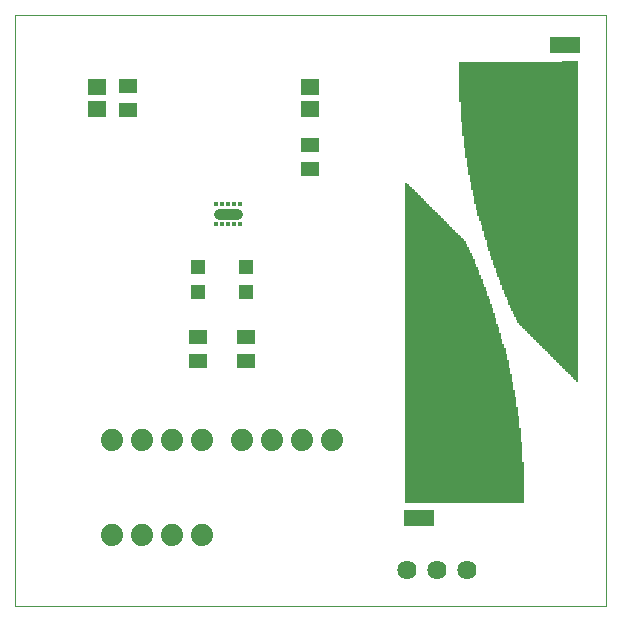
<source format=gts>
G75*
%MOIN*%
%OFA0B0*%
%FSLAX25Y25*%
%IPPOS*%
%LPD*%
%AMOC8*
5,1,8,0,0,1.08239X$1,22.5*
%
%ADD10C,0.00394*%
%ADD11R,0.06306X0.05518*%
%ADD12C,0.06400*%
%ADD13R,0.05124X0.05124*%
%ADD14R,0.10400X0.05400*%
%ADD15R,0.05912X0.04731*%
%ADD16R,0.05400X0.02900*%
%ADD17C,0.00256*%
%ADD18R,0.01581X0.01778*%
%ADD19C,0.03707*%
%ADD20C,0.07400*%
D10*
X0001197Y0002977D02*
X0198047Y0002977D01*
X0198047Y0199827D01*
X0001197Y0199827D01*
X0001197Y0002977D01*
D11*
X0028559Y0168528D03*
X0028559Y0176008D03*
X0099268Y0176008D03*
X0099268Y0168528D03*
D12*
X0131866Y0014867D03*
X0141866Y0014867D03*
X0151866Y0014867D03*
D13*
X0077969Y0107544D03*
X0077969Y0115812D03*
X0062220Y0115812D03*
X0062220Y0107544D03*
D14*
X0135843Y0032229D03*
X0184268Y0189985D03*
D15*
X0099268Y0156520D03*
X0099268Y0148646D03*
X0077969Y0092347D03*
X0077969Y0084473D03*
X0062220Y0084473D03*
X0062220Y0092347D03*
X0038795Y0168331D03*
X0038795Y0176205D03*
D16*
X0133576Y0038921D03*
X0185904Y0183057D03*
D17*
X0188460Y0183175D02*
X0149090Y0183175D01*
X0149090Y0182921D02*
X0188460Y0182921D01*
X0188460Y0182667D02*
X0149090Y0182667D01*
X0149090Y0182413D02*
X0188460Y0182413D01*
X0188460Y0182159D02*
X0149090Y0182159D01*
X0149090Y0181904D02*
X0188460Y0181904D01*
X0188460Y0181650D02*
X0149090Y0181650D01*
X0149090Y0181396D02*
X0188460Y0181396D01*
X0188460Y0181142D02*
X0149090Y0181142D01*
X0149090Y0180888D02*
X0188460Y0180888D01*
X0188460Y0180634D02*
X0149090Y0180634D01*
X0149090Y0180380D02*
X0188460Y0180380D01*
X0188460Y0180125D02*
X0149090Y0180125D01*
X0149090Y0179871D02*
X0188460Y0179871D01*
X0188460Y0179617D02*
X0149090Y0179617D01*
X0149090Y0179363D02*
X0188460Y0179363D01*
X0188460Y0179109D02*
X0149090Y0179109D01*
X0149090Y0178855D02*
X0188460Y0178855D01*
X0188460Y0178600D02*
X0149090Y0178600D01*
X0149090Y0178346D02*
X0188460Y0178346D01*
X0188460Y0178092D02*
X0149090Y0178092D01*
X0149090Y0177838D02*
X0188460Y0177838D01*
X0188460Y0177584D02*
X0149090Y0177584D01*
X0149090Y0177330D02*
X0188460Y0177330D01*
X0188460Y0177075D02*
X0149090Y0177075D01*
X0149090Y0176821D02*
X0188460Y0176821D01*
X0188460Y0176567D02*
X0149090Y0176567D01*
X0149090Y0176313D02*
X0188460Y0176313D01*
X0188460Y0176059D02*
X0149090Y0176059D01*
X0149090Y0175805D02*
X0188460Y0175805D01*
X0188460Y0175550D02*
X0149090Y0175550D01*
X0149090Y0175296D02*
X0188460Y0175296D01*
X0188460Y0175042D02*
X0149090Y0175042D01*
X0149090Y0174788D02*
X0188460Y0174788D01*
X0188460Y0174534D02*
X0149090Y0174534D01*
X0149090Y0174280D02*
X0188460Y0174280D01*
X0188460Y0174026D02*
X0149090Y0174026D01*
X0149090Y0173771D02*
X0188460Y0173771D01*
X0188460Y0173517D02*
X0149090Y0173517D01*
X0149090Y0173263D02*
X0188460Y0173263D01*
X0188460Y0173009D02*
X0149090Y0173009D01*
X0149090Y0172755D02*
X0188460Y0172755D01*
X0188460Y0172501D02*
X0149090Y0172501D01*
X0149090Y0172246D02*
X0188460Y0172246D01*
X0188460Y0171992D02*
X0149090Y0171992D01*
X0149090Y0171738D02*
X0188460Y0171738D01*
X0188460Y0171484D02*
X0149090Y0171484D01*
X0149090Y0171230D02*
X0188460Y0171230D01*
X0188460Y0170976D02*
X0149602Y0170976D01*
X0149602Y0171041D02*
X0149602Y0164394D01*
X0150113Y0164394D01*
X0150113Y0159793D01*
X0188460Y0159793D01*
X0188460Y0160047D02*
X0150113Y0160047D01*
X0150113Y0160301D02*
X0188460Y0160301D01*
X0188460Y0160555D02*
X0150113Y0160555D01*
X0150113Y0160809D02*
X0188460Y0160809D01*
X0188460Y0161063D02*
X0150113Y0161063D01*
X0150113Y0161318D02*
X0188460Y0161318D01*
X0188460Y0161572D02*
X0150113Y0161572D01*
X0150113Y0161826D02*
X0188460Y0161826D01*
X0188460Y0162080D02*
X0150113Y0162080D01*
X0150113Y0162334D02*
X0188460Y0162334D01*
X0188460Y0162588D02*
X0150113Y0162588D01*
X0150113Y0162843D02*
X0188460Y0162843D01*
X0188460Y0163097D02*
X0150113Y0163097D01*
X0150113Y0163351D02*
X0188460Y0163351D01*
X0188460Y0163605D02*
X0150113Y0163605D01*
X0150113Y0163859D02*
X0188460Y0163859D01*
X0188460Y0164113D02*
X0150113Y0164113D01*
X0150113Y0164368D02*
X0188460Y0164368D01*
X0188460Y0164622D02*
X0149602Y0164622D01*
X0149602Y0164876D02*
X0188460Y0164876D01*
X0188460Y0165130D02*
X0149602Y0165130D01*
X0149602Y0165384D02*
X0188460Y0165384D01*
X0188460Y0165638D02*
X0149602Y0165638D01*
X0149602Y0165892D02*
X0188460Y0165892D01*
X0188460Y0166147D02*
X0149602Y0166147D01*
X0149602Y0166401D02*
X0188460Y0166401D01*
X0188460Y0166655D02*
X0149602Y0166655D01*
X0149602Y0166909D02*
X0188460Y0166909D01*
X0188460Y0167163D02*
X0149602Y0167163D01*
X0149602Y0167417D02*
X0188460Y0167417D01*
X0188460Y0167672D02*
X0149602Y0167672D01*
X0149602Y0167926D02*
X0188460Y0167926D01*
X0188460Y0168180D02*
X0149602Y0168180D01*
X0149602Y0168434D02*
X0188460Y0168434D01*
X0188460Y0168688D02*
X0149602Y0168688D01*
X0149602Y0168942D02*
X0188460Y0168942D01*
X0188460Y0169197D02*
X0149602Y0169197D01*
X0149602Y0169451D02*
X0188460Y0169451D01*
X0188460Y0169705D02*
X0149602Y0169705D01*
X0149602Y0169959D02*
X0188460Y0169959D01*
X0188460Y0170213D02*
X0149602Y0170213D01*
X0149602Y0170467D02*
X0188460Y0170467D01*
X0188460Y0170721D02*
X0149602Y0170721D01*
X0149602Y0171041D02*
X0149090Y0171041D01*
X0149090Y0184335D01*
X0188460Y0184335D01*
X0188460Y0140107D01*
X0188460Y0077985D01*
X0187949Y0077985D01*
X0187949Y0078496D01*
X0187438Y0078496D01*
X0187438Y0079007D01*
X0186926Y0079007D01*
X0186926Y0079518D01*
X0186415Y0079518D01*
X0186415Y0080030D01*
X0185904Y0080030D01*
X0185904Y0080541D01*
X0185393Y0080541D01*
X0185393Y0081052D01*
X0184881Y0081052D01*
X0184881Y0081564D01*
X0184370Y0081564D01*
X0184370Y0082075D01*
X0183859Y0082075D01*
X0183859Y0082586D01*
X0183347Y0082586D01*
X0183347Y0083098D01*
X0182836Y0083098D01*
X0182836Y0083609D01*
X0182325Y0083609D01*
X0182325Y0084120D01*
X0181813Y0084120D01*
X0181813Y0084631D01*
X0181302Y0084631D01*
X0181302Y0085143D01*
X0180791Y0085143D01*
X0180791Y0085654D01*
X0180280Y0085654D01*
X0180280Y0086165D01*
X0179768Y0086165D01*
X0179768Y0086677D01*
X0179257Y0086677D01*
X0179257Y0087188D01*
X0178746Y0087188D01*
X0178746Y0087699D01*
X0178234Y0087699D01*
X0178234Y0088211D01*
X0177723Y0088211D01*
X0177723Y0088722D01*
X0177212Y0088722D01*
X0177212Y0089233D01*
X0176700Y0089233D01*
X0176700Y0089744D01*
X0176189Y0089744D01*
X0176189Y0090256D01*
X0175678Y0090256D01*
X0175678Y0090767D01*
X0175167Y0090767D01*
X0175167Y0091278D01*
X0174655Y0091278D01*
X0174655Y0091790D01*
X0174144Y0091790D01*
X0174144Y0092301D01*
X0173633Y0092301D01*
X0173633Y0092812D01*
X0173121Y0092812D01*
X0173121Y0093324D01*
X0172610Y0093324D01*
X0172610Y0093835D01*
X0172099Y0093835D01*
X0172099Y0094346D01*
X0171587Y0094346D01*
X0171587Y0094857D01*
X0171076Y0094857D01*
X0171076Y0095369D01*
X0170565Y0095369D01*
X0170565Y0095880D01*
X0170054Y0095880D01*
X0170054Y0096391D01*
X0169542Y0096391D01*
X0169542Y0096903D01*
X0169031Y0096903D01*
X0169031Y0097414D01*
X0168520Y0097414D01*
X0168520Y0098437D01*
X0168008Y0098437D01*
X0168008Y0099459D01*
X0167497Y0099459D01*
X0167497Y0100482D01*
X0166986Y0100482D01*
X0166986Y0101504D01*
X0166474Y0101504D01*
X0166474Y0102527D01*
X0165963Y0102527D01*
X0165963Y0103550D01*
X0165452Y0103550D01*
X0165452Y0105083D01*
X0164941Y0105083D01*
X0164941Y0106106D01*
X0164429Y0106106D01*
X0164429Y0107129D01*
X0163918Y0107129D01*
X0163918Y0108663D01*
X0163407Y0108663D01*
X0163407Y0110196D01*
X0162895Y0110196D01*
X0162895Y0111730D01*
X0162384Y0111730D01*
X0162384Y0112753D01*
X0161873Y0112753D01*
X0161873Y0114287D01*
X0161361Y0114287D01*
X0161361Y0115821D01*
X0160850Y0115821D01*
X0160850Y0116843D01*
X0160339Y0116843D01*
X0160339Y0118377D01*
X0159828Y0118377D01*
X0159828Y0119911D01*
X0159316Y0119911D01*
X0159316Y0121445D01*
X0158805Y0121445D01*
X0158805Y0122979D01*
X0158294Y0122979D01*
X0158294Y0125024D01*
X0157782Y0125024D01*
X0157782Y0126047D01*
X0157271Y0126047D01*
X0157271Y0128092D01*
X0156760Y0128092D01*
X0156760Y0130137D01*
X0156248Y0130137D01*
X0156248Y0131671D01*
X0155737Y0131671D01*
X0155737Y0133205D01*
X0155226Y0133205D01*
X0155226Y0135250D01*
X0154715Y0135250D01*
X0154715Y0137295D01*
X0154203Y0137295D01*
X0154203Y0139852D01*
X0153692Y0139852D01*
X0153692Y0141897D01*
X0153181Y0141897D01*
X0153181Y0144454D01*
X0152669Y0144454D01*
X0152669Y0147010D01*
X0152158Y0147010D01*
X0152158Y0149567D01*
X0151647Y0149567D01*
X0151647Y0152634D01*
X0151136Y0152634D01*
X0151136Y0155702D01*
X0150624Y0155702D01*
X0150624Y0159793D01*
X0150113Y0159793D01*
X0150624Y0159539D02*
X0188460Y0159539D01*
X0188460Y0159284D02*
X0150624Y0159284D01*
X0150624Y0159030D02*
X0188460Y0159030D01*
X0188460Y0158776D02*
X0150624Y0158776D01*
X0150624Y0158522D02*
X0188460Y0158522D01*
X0188460Y0158268D02*
X0150624Y0158268D01*
X0150624Y0158014D02*
X0188460Y0158014D01*
X0188460Y0157759D02*
X0150624Y0157759D01*
X0150624Y0157505D02*
X0188460Y0157505D01*
X0188460Y0157251D02*
X0150624Y0157251D01*
X0150624Y0156997D02*
X0188460Y0156997D01*
X0188460Y0156743D02*
X0150624Y0156743D01*
X0150624Y0156489D02*
X0188460Y0156489D01*
X0188460Y0156234D02*
X0150624Y0156234D01*
X0150624Y0155980D02*
X0188460Y0155980D01*
X0188460Y0155726D02*
X0150624Y0155726D01*
X0151136Y0155472D02*
X0188460Y0155472D01*
X0188460Y0155218D02*
X0151136Y0155218D01*
X0151136Y0154964D02*
X0188460Y0154964D01*
X0188460Y0154709D02*
X0151136Y0154709D01*
X0151136Y0154455D02*
X0188460Y0154455D01*
X0188460Y0154201D02*
X0151136Y0154201D01*
X0151136Y0153947D02*
X0188460Y0153947D01*
X0188460Y0153693D02*
X0151136Y0153693D01*
X0151136Y0153439D02*
X0188460Y0153439D01*
X0188460Y0153185D02*
X0151136Y0153185D01*
X0151136Y0152930D02*
X0188460Y0152930D01*
X0188460Y0152676D02*
X0151136Y0152676D01*
X0151647Y0152422D02*
X0188460Y0152422D01*
X0188460Y0152168D02*
X0151647Y0152168D01*
X0151647Y0151914D02*
X0188460Y0151914D01*
X0188460Y0151660D02*
X0151647Y0151660D01*
X0151647Y0151405D02*
X0188460Y0151405D01*
X0188460Y0151151D02*
X0151647Y0151151D01*
X0151647Y0150897D02*
X0188460Y0150897D01*
X0188460Y0150643D02*
X0151647Y0150643D01*
X0151647Y0150389D02*
X0188460Y0150389D01*
X0188460Y0150135D02*
X0151647Y0150135D01*
X0151647Y0149880D02*
X0188460Y0149880D01*
X0188460Y0149626D02*
X0151647Y0149626D01*
X0152158Y0149372D02*
X0188460Y0149372D01*
X0188460Y0149118D02*
X0152158Y0149118D01*
X0152158Y0148864D02*
X0188460Y0148864D01*
X0188460Y0148610D02*
X0152158Y0148610D01*
X0152158Y0148356D02*
X0188460Y0148356D01*
X0188460Y0148101D02*
X0152158Y0148101D01*
X0152158Y0147847D02*
X0188460Y0147847D01*
X0188460Y0147593D02*
X0152158Y0147593D01*
X0152158Y0147339D02*
X0188460Y0147339D01*
X0188460Y0147085D02*
X0152158Y0147085D01*
X0152669Y0146831D02*
X0188460Y0146831D01*
X0188460Y0146576D02*
X0152669Y0146576D01*
X0152669Y0146322D02*
X0188460Y0146322D01*
X0188460Y0146068D02*
X0152669Y0146068D01*
X0152669Y0145814D02*
X0188460Y0145814D01*
X0188460Y0145560D02*
X0152669Y0145560D01*
X0152669Y0145306D02*
X0188460Y0145306D01*
X0188460Y0145051D02*
X0152669Y0145051D01*
X0152669Y0144797D02*
X0188460Y0144797D01*
X0188460Y0144543D02*
X0152669Y0144543D01*
X0153181Y0144289D02*
X0188460Y0144289D01*
X0188460Y0144035D02*
X0153181Y0144035D01*
X0153181Y0143781D02*
X0188460Y0143781D01*
X0188460Y0143527D02*
X0153181Y0143527D01*
X0153181Y0143272D02*
X0188460Y0143272D01*
X0188460Y0143018D02*
X0153181Y0143018D01*
X0153181Y0142764D02*
X0188460Y0142764D01*
X0188460Y0142510D02*
X0153181Y0142510D01*
X0153181Y0142256D02*
X0188460Y0142256D01*
X0188460Y0142002D02*
X0153181Y0142002D01*
X0153692Y0141747D02*
X0188460Y0141747D01*
X0188460Y0141493D02*
X0153692Y0141493D01*
X0153692Y0141239D02*
X0188460Y0141239D01*
X0188460Y0140985D02*
X0153692Y0140985D01*
X0153692Y0140731D02*
X0188460Y0140731D01*
X0188460Y0140477D02*
X0153692Y0140477D01*
X0153692Y0140222D02*
X0188460Y0140222D01*
X0188460Y0139968D02*
X0153692Y0139968D01*
X0154203Y0139714D02*
X0188460Y0139714D01*
X0188460Y0139460D02*
X0154203Y0139460D01*
X0154203Y0139206D02*
X0188460Y0139206D01*
X0188460Y0138952D02*
X0154203Y0138952D01*
X0154203Y0138698D02*
X0188460Y0138698D01*
X0188460Y0138443D02*
X0154203Y0138443D01*
X0154203Y0138189D02*
X0188460Y0138189D01*
X0188460Y0137935D02*
X0154203Y0137935D01*
X0154203Y0137681D02*
X0188460Y0137681D01*
X0188460Y0137427D02*
X0154203Y0137427D01*
X0154715Y0137173D02*
X0188460Y0137173D01*
X0188460Y0136918D02*
X0154715Y0136918D01*
X0154715Y0136664D02*
X0188460Y0136664D01*
X0188460Y0136410D02*
X0154715Y0136410D01*
X0154715Y0136156D02*
X0188460Y0136156D01*
X0188460Y0135902D02*
X0154715Y0135902D01*
X0154715Y0135648D02*
X0188460Y0135648D01*
X0188460Y0135393D02*
X0154715Y0135393D01*
X0155226Y0135139D02*
X0188460Y0135139D01*
X0188460Y0134885D02*
X0155226Y0134885D01*
X0155226Y0134631D02*
X0188460Y0134631D01*
X0188460Y0134377D02*
X0155226Y0134377D01*
X0155226Y0134123D02*
X0188460Y0134123D01*
X0188460Y0133869D02*
X0155226Y0133869D01*
X0155226Y0133614D02*
X0188460Y0133614D01*
X0188460Y0133360D02*
X0155226Y0133360D01*
X0155737Y0133106D02*
X0188460Y0133106D01*
X0188460Y0132852D02*
X0155737Y0132852D01*
X0155737Y0132598D02*
X0188460Y0132598D01*
X0188460Y0132344D02*
X0155737Y0132344D01*
X0155737Y0132089D02*
X0188460Y0132089D01*
X0188460Y0131835D02*
X0155737Y0131835D01*
X0156248Y0131581D02*
X0188460Y0131581D01*
X0188460Y0131327D02*
X0156248Y0131327D01*
X0156248Y0131073D02*
X0188460Y0131073D01*
X0188460Y0130819D02*
X0156248Y0130819D01*
X0156248Y0130564D02*
X0188460Y0130564D01*
X0188460Y0130310D02*
X0156248Y0130310D01*
X0156760Y0130056D02*
X0188460Y0130056D01*
X0188460Y0129802D02*
X0156760Y0129802D01*
X0156760Y0129548D02*
X0188460Y0129548D01*
X0188460Y0129294D02*
X0156760Y0129294D01*
X0156760Y0129039D02*
X0188460Y0129039D01*
X0188460Y0128785D02*
X0156760Y0128785D01*
X0156760Y0128531D02*
X0188460Y0128531D01*
X0188460Y0128277D02*
X0156760Y0128277D01*
X0157271Y0128023D02*
X0188460Y0128023D01*
X0188460Y0127769D02*
X0157271Y0127769D01*
X0157271Y0127515D02*
X0188460Y0127515D01*
X0188460Y0127260D02*
X0157271Y0127260D01*
X0157271Y0127006D02*
X0188460Y0127006D01*
X0188460Y0126752D02*
X0157271Y0126752D01*
X0157271Y0126498D02*
X0188460Y0126498D01*
X0188460Y0126244D02*
X0157271Y0126244D01*
X0157782Y0125990D02*
X0188460Y0125990D01*
X0188460Y0125735D02*
X0157782Y0125735D01*
X0157782Y0125481D02*
X0188460Y0125481D01*
X0188460Y0125227D02*
X0157782Y0125227D01*
X0158294Y0124973D02*
X0188460Y0124973D01*
X0188460Y0124719D02*
X0158294Y0124719D01*
X0158294Y0124465D02*
X0188460Y0124465D01*
X0188460Y0124210D02*
X0158294Y0124210D01*
X0158294Y0123956D02*
X0188460Y0123956D01*
X0188460Y0123702D02*
X0158294Y0123702D01*
X0158294Y0123448D02*
X0188460Y0123448D01*
X0188460Y0123194D02*
X0158294Y0123194D01*
X0158805Y0122940D02*
X0188460Y0122940D01*
X0188460Y0122686D02*
X0158805Y0122686D01*
X0158805Y0122431D02*
X0188460Y0122431D01*
X0188460Y0122177D02*
X0158805Y0122177D01*
X0158805Y0121923D02*
X0188460Y0121923D01*
X0188460Y0121669D02*
X0158805Y0121669D01*
X0159316Y0121415D02*
X0188460Y0121415D01*
X0188460Y0121161D02*
X0159316Y0121161D01*
X0159316Y0120906D02*
X0188460Y0120906D01*
X0188460Y0120652D02*
X0159316Y0120652D01*
X0159316Y0120398D02*
X0188460Y0120398D01*
X0188460Y0120144D02*
X0159316Y0120144D01*
X0159828Y0119890D02*
X0188460Y0119890D01*
X0188460Y0119636D02*
X0159828Y0119636D01*
X0159828Y0119381D02*
X0188460Y0119381D01*
X0188460Y0119127D02*
X0159828Y0119127D01*
X0159828Y0118873D02*
X0188460Y0118873D01*
X0188460Y0118619D02*
X0159828Y0118619D01*
X0160339Y0118365D02*
X0188460Y0118365D01*
X0188460Y0118111D02*
X0160339Y0118111D01*
X0160339Y0117857D02*
X0188460Y0117857D01*
X0188460Y0117602D02*
X0160339Y0117602D01*
X0160339Y0117348D02*
X0188460Y0117348D01*
X0188460Y0117094D02*
X0160339Y0117094D01*
X0160850Y0116840D02*
X0188460Y0116840D01*
X0188460Y0116586D02*
X0160850Y0116586D01*
X0160850Y0116332D02*
X0188460Y0116332D01*
X0188460Y0116077D02*
X0160850Y0116077D01*
X0160850Y0115823D02*
X0188460Y0115823D01*
X0188460Y0115569D02*
X0161361Y0115569D01*
X0161361Y0115315D02*
X0188460Y0115315D01*
X0188460Y0115061D02*
X0161361Y0115061D01*
X0161361Y0114807D02*
X0188460Y0114807D01*
X0188460Y0114552D02*
X0161361Y0114552D01*
X0161361Y0114298D02*
X0188460Y0114298D01*
X0188460Y0114044D02*
X0161873Y0114044D01*
X0161873Y0113790D02*
X0188460Y0113790D01*
X0188460Y0113536D02*
X0161873Y0113536D01*
X0161873Y0113282D02*
X0188460Y0113282D01*
X0188460Y0113028D02*
X0161873Y0113028D01*
X0161873Y0112773D02*
X0188460Y0112773D01*
X0188460Y0112519D02*
X0162384Y0112519D01*
X0162384Y0112265D02*
X0188460Y0112265D01*
X0188460Y0112011D02*
X0162384Y0112011D01*
X0162384Y0111757D02*
X0188460Y0111757D01*
X0188460Y0111503D02*
X0162895Y0111503D01*
X0162895Y0111248D02*
X0188460Y0111248D01*
X0188460Y0110994D02*
X0162895Y0110994D01*
X0162895Y0110740D02*
X0188460Y0110740D01*
X0188460Y0110486D02*
X0162895Y0110486D01*
X0162895Y0110232D02*
X0188460Y0110232D01*
X0188460Y0109978D02*
X0163407Y0109978D01*
X0163407Y0109723D02*
X0188460Y0109723D01*
X0188460Y0109469D02*
X0163407Y0109469D01*
X0163407Y0109215D02*
X0188460Y0109215D01*
X0188460Y0108961D02*
X0163407Y0108961D01*
X0163407Y0108707D02*
X0188460Y0108707D01*
X0188460Y0108453D02*
X0163918Y0108453D01*
X0163918Y0108198D02*
X0188460Y0108198D01*
X0188460Y0107944D02*
X0163918Y0107944D01*
X0163918Y0107690D02*
X0188460Y0107690D01*
X0188460Y0107436D02*
X0163918Y0107436D01*
X0163918Y0107182D02*
X0188460Y0107182D01*
X0188460Y0106928D02*
X0164429Y0106928D01*
X0164429Y0106674D02*
X0188460Y0106674D01*
X0188460Y0106419D02*
X0164429Y0106419D01*
X0164429Y0106165D02*
X0188460Y0106165D01*
X0188460Y0105911D02*
X0164941Y0105911D01*
X0164941Y0105657D02*
X0188460Y0105657D01*
X0188460Y0105403D02*
X0164941Y0105403D01*
X0164941Y0105149D02*
X0188460Y0105149D01*
X0188460Y0104894D02*
X0165452Y0104894D01*
X0165452Y0104640D02*
X0188460Y0104640D01*
X0188460Y0104386D02*
X0165452Y0104386D01*
X0165452Y0104132D02*
X0188460Y0104132D01*
X0188460Y0103878D02*
X0165452Y0103878D01*
X0165452Y0103624D02*
X0188460Y0103624D01*
X0188460Y0103369D02*
X0165963Y0103369D01*
X0165963Y0103115D02*
X0188460Y0103115D01*
X0188460Y0102861D02*
X0165963Y0102861D01*
X0165963Y0102607D02*
X0188460Y0102607D01*
X0188460Y0102353D02*
X0166474Y0102353D01*
X0166474Y0102099D02*
X0188460Y0102099D01*
X0188460Y0101845D02*
X0166474Y0101845D01*
X0166474Y0101590D02*
X0188460Y0101590D01*
X0188460Y0101336D02*
X0166986Y0101336D01*
X0166986Y0101082D02*
X0188460Y0101082D01*
X0188460Y0100828D02*
X0166986Y0100828D01*
X0166986Y0100574D02*
X0188460Y0100574D01*
X0188460Y0100320D02*
X0167497Y0100320D01*
X0167497Y0100065D02*
X0188460Y0100065D01*
X0188460Y0099811D02*
X0167497Y0099811D01*
X0167497Y0099557D02*
X0188460Y0099557D01*
X0188460Y0099303D02*
X0168008Y0099303D01*
X0168008Y0099049D02*
X0188460Y0099049D01*
X0188460Y0098795D02*
X0168008Y0098795D01*
X0168008Y0098540D02*
X0188460Y0098540D01*
X0188460Y0098286D02*
X0168520Y0098286D01*
X0168520Y0098032D02*
X0188460Y0098032D01*
X0188460Y0097778D02*
X0168520Y0097778D01*
X0168520Y0097524D02*
X0188460Y0097524D01*
X0188460Y0097270D02*
X0169031Y0097270D01*
X0169031Y0097016D02*
X0188460Y0097016D01*
X0188460Y0096761D02*
X0169542Y0096761D01*
X0169542Y0096507D02*
X0188460Y0096507D01*
X0188460Y0096253D02*
X0170054Y0096253D01*
X0170054Y0095999D02*
X0188460Y0095999D01*
X0188460Y0095745D02*
X0170565Y0095745D01*
X0170565Y0095491D02*
X0188460Y0095491D01*
X0188460Y0095236D02*
X0171076Y0095236D01*
X0171076Y0094982D02*
X0188460Y0094982D01*
X0188460Y0094728D02*
X0171587Y0094728D01*
X0171587Y0094474D02*
X0188460Y0094474D01*
X0188460Y0094220D02*
X0172099Y0094220D01*
X0172099Y0093966D02*
X0188460Y0093966D01*
X0188460Y0093711D02*
X0172610Y0093711D01*
X0172610Y0093457D02*
X0188460Y0093457D01*
X0188460Y0093203D02*
X0173121Y0093203D01*
X0173121Y0092949D02*
X0188460Y0092949D01*
X0188460Y0092695D02*
X0173633Y0092695D01*
X0173633Y0092441D02*
X0188460Y0092441D01*
X0188460Y0092187D02*
X0174144Y0092187D01*
X0174144Y0091932D02*
X0188460Y0091932D01*
X0188460Y0091678D02*
X0174655Y0091678D01*
X0174655Y0091424D02*
X0188460Y0091424D01*
X0188460Y0091170D02*
X0175167Y0091170D01*
X0175167Y0090916D02*
X0188460Y0090916D01*
X0188460Y0090662D02*
X0175678Y0090662D01*
X0175678Y0090407D02*
X0188460Y0090407D01*
X0188460Y0090153D02*
X0176189Y0090153D01*
X0176189Y0089899D02*
X0188460Y0089899D01*
X0188460Y0089645D02*
X0176700Y0089645D01*
X0176700Y0089391D02*
X0188460Y0089391D01*
X0188460Y0089137D02*
X0177212Y0089137D01*
X0177212Y0088882D02*
X0188460Y0088882D01*
X0188460Y0088628D02*
X0177723Y0088628D01*
X0177723Y0088374D02*
X0188460Y0088374D01*
X0188460Y0088120D02*
X0178234Y0088120D01*
X0178234Y0087866D02*
X0188460Y0087866D01*
X0188460Y0087612D02*
X0178746Y0087612D01*
X0178746Y0087358D02*
X0188460Y0087358D01*
X0188460Y0087103D02*
X0179257Y0087103D01*
X0179257Y0086849D02*
X0188460Y0086849D01*
X0188460Y0086595D02*
X0179768Y0086595D01*
X0179768Y0086341D02*
X0188460Y0086341D01*
X0188460Y0086087D02*
X0180280Y0086087D01*
X0180280Y0085833D02*
X0188460Y0085833D01*
X0188460Y0085578D02*
X0180791Y0085578D01*
X0180791Y0085324D02*
X0188460Y0085324D01*
X0188460Y0085070D02*
X0181302Y0085070D01*
X0181302Y0084816D02*
X0188460Y0084816D01*
X0188460Y0084562D02*
X0181813Y0084562D01*
X0181813Y0084308D02*
X0188460Y0084308D01*
X0188460Y0084053D02*
X0182325Y0084053D01*
X0182325Y0083799D02*
X0188460Y0083799D01*
X0188460Y0083545D02*
X0182836Y0083545D01*
X0182836Y0083291D02*
X0188460Y0083291D01*
X0188460Y0083037D02*
X0183347Y0083037D01*
X0183347Y0082783D02*
X0188460Y0082783D01*
X0188460Y0082528D02*
X0183859Y0082528D01*
X0183859Y0082274D02*
X0188460Y0082274D01*
X0188460Y0082020D02*
X0184370Y0082020D01*
X0184370Y0081766D02*
X0188460Y0081766D01*
X0188460Y0081512D02*
X0184881Y0081512D01*
X0184881Y0081258D02*
X0188460Y0081258D01*
X0188460Y0081004D02*
X0185393Y0081004D01*
X0185393Y0080749D02*
X0188460Y0080749D01*
X0188460Y0080495D02*
X0185904Y0080495D01*
X0185904Y0080241D02*
X0188460Y0080241D01*
X0188460Y0079987D02*
X0186415Y0079987D01*
X0186415Y0079733D02*
X0188460Y0079733D01*
X0188460Y0079479D02*
X0186926Y0079479D01*
X0186926Y0079224D02*
X0188460Y0079224D01*
X0188460Y0078970D02*
X0187438Y0078970D01*
X0187438Y0078716D02*
X0188460Y0078716D01*
X0188460Y0078462D02*
X0187949Y0078462D01*
X0187949Y0078208D02*
X0188460Y0078208D01*
X0169367Y0062185D02*
X0168856Y0062185D01*
X0168856Y0066275D01*
X0168345Y0066275D01*
X0168345Y0069343D01*
X0167834Y0069343D01*
X0167834Y0072411D01*
X0167322Y0072411D01*
X0167322Y0074967D01*
X0166811Y0074967D01*
X0166811Y0077524D01*
X0166300Y0077524D01*
X0166300Y0080080D01*
X0165788Y0080080D01*
X0165788Y0082126D01*
X0165277Y0082126D01*
X0165277Y0084682D01*
X0164766Y0084682D01*
X0164766Y0086727D01*
X0164254Y0086727D01*
X0164254Y0088772D01*
X0163743Y0088772D01*
X0163743Y0090306D01*
X0163232Y0090306D01*
X0163232Y0091840D01*
X0162721Y0091840D01*
X0162721Y0093885D01*
X0162209Y0093885D01*
X0162209Y0095931D01*
X0161698Y0095931D01*
X0161698Y0096953D01*
X0161187Y0096953D01*
X0161187Y0098998D01*
X0160675Y0098998D01*
X0160675Y0100532D01*
X0160164Y0100532D01*
X0160164Y0102066D01*
X0159653Y0102066D01*
X0159653Y0103600D01*
X0159141Y0103600D01*
X0159141Y0105134D01*
X0158630Y0105134D01*
X0158630Y0106157D01*
X0158119Y0106157D01*
X0158119Y0107691D01*
X0157608Y0107691D01*
X0157608Y0109224D01*
X0157096Y0109224D01*
X0157096Y0110247D01*
X0156585Y0110247D01*
X0156585Y0111781D01*
X0156074Y0111781D01*
X0156074Y0113315D01*
X0155562Y0113315D01*
X0155562Y0114849D01*
X0155051Y0114849D01*
X0155051Y0115871D01*
X0154540Y0115871D01*
X0154540Y0116894D01*
X0154028Y0116894D01*
X0154028Y0118428D01*
X0153517Y0118428D01*
X0153517Y0119450D01*
X0153006Y0119450D01*
X0153006Y0120473D01*
X0152495Y0120473D01*
X0152495Y0121496D01*
X0151983Y0121496D01*
X0151983Y0122518D01*
X0151472Y0122518D01*
X0151472Y0123541D01*
X0150961Y0123541D01*
X0150961Y0124563D01*
X0150449Y0124563D01*
X0150449Y0125075D01*
X0149938Y0125075D01*
X0149938Y0125586D01*
X0149427Y0125586D01*
X0149427Y0126097D01*
X0148915Y0126097D01*
X0148915Y0126609D01*
X0148404Y0126609D01*
X0148404Y0127120D01*
X0147893Y0127120D01*
X0147893Y0127631D01*
X0147382Y0127631D01*
X0147382Y0128143D01*
X0146870Y0128143D01*
X0146870Y0128654D01*
X0146359Y0128654D01*
X0146359Y0129165D01*
X0145848Y0129165D01*
X0145848Y0129676D01*
X0145336Y0129676D01*
X0145336Y0130188D01*
X0144825Y0130188D01*
X0144825Y0130699D01*
X0144314Y0130699D01*
X0144314Y0131210D01*
X0143802Y0131210D01*
X0143802Y0131722D01*
X0143291Y0131722D01*
X0143291Y0132233D01*
X0142780Y0132233D01*
X0142780Y0132744D01*
X0142269Y0132744D01*
X0142269Y0133256D01*
X0141757Y0133256D01*
X0141757Y0133767D01*
X0141246Y0133767D01*
X0141246Y0134278D01*
X0140735Y0134278D01*
X0140735Y0134789D01*
X0140223Y0134789D01*
X0140223Y0135301D01*
X0139712Y0135301D01*
X0139712Y0135812D01*
X0139201Y0135812D01*
X0139201Y0136323D01*
X0138689Y0136323D01*
X0138689Y0136835D01*
X0138178Y0136835D01*
X0138178Y0137346D01*
X0137667Y0137346D01*
X0137667Y0137857D01*
X0137156Y0137857D01*
X0137156Y0138369D01*
X0136644Y0138369D01*
X0136644Y0138880D01*
X0136133Y0138880D01*
X0136133Y0139391D01*
X0135622Y0139391D01*
X0135622Y0139902D01*
X0135110Y0139902D01*
X0135110Y0140414D01*
X0134599Y0140414D01*
X0134599Y0140925D01*
X0134088Y0140925D01*
X0134088Y0141436D01*
X0133576Y0141436D01*
X0133576Y0141948D01*
X0133065Y0141948D01*
X0133065Y0142459D01*
X0132554Y0142459D01*
X0132554Y0142970D01*
X0132043Y0142970D01*
X0132043Y0143482D01*
X0131531Y0143482D01*
X0131531Y0143993D01*
X0131020Y0143993D01*
X0131020Y0081870D01*
X0131020Y0037643D01*
X0170390Y0037643D01*
X0170390Y0050936D01*
X0169879Y0050936D01*
X0169879Y0057583D01*
X0169367Y0057583D01*
X0169367Y0062185D01*
X0169367Y0061942D02*
X0131020Y0061942D01*
X0131020Y0062196D02*
X0168856Y0062196D01*
X0168856Y0062450D02*
X0131020Y0062450D01*
X0131020Y0062704D02*
X0168856Y0062704D01*
X0168856Y0062958D02*
X0131020Y0062958D01*
X0131020Y0063212D02*
X0168856Y0063212D01*
X0168856Y0063467D02*
X0131020Y0063467D01*
X0131020Y0063721D02*
X0168856Y0063721D01*
X0168856Y0063975D02*
X0131020Y0063975D01*
X0131020Y0064229D02*
X0168856Y0064229D01*
X0168856Y0064483D02*
X0131020Y0064483D01*
X0131020Y0064737D02*
X0168856Y0064737D01*
X0168856Y0064992D02*
X0131020Y0064992D01*
X0131020Y0065246D02*
X0168856Y0065246D01*
X0168856Y0065500D02*
X0131020Y0065500D01*
X0131020Y0065754D02*
X0168856Y0065754D01*
X0168856Y0066008D02*
X0131020Y0066008D01*
X0131020Y0066262D02*
X0168856Y0066262D01*
X0168345Y0066517D02*
X0131020Y0066517D01*
X0131020Y0066771D02*
X0168345Y0066771D01*
X0168345Y0067025D02*
X0131020Y0067025D01*
X0131020Y0067279D02*
X0168345Y0067279D01*
X0168345Y0067533D02*
X0131020Y0067533D01*
X0131020Y0067787D02*
X0168345Y0067787D01*
X0168345Y0068041D02*
X0131020Y0068041D01*
X0131020Y0068296D02*
X0168345Y0068296D01*
X0168345Y0068550D02*
X0131020Y0068550D01*
X0131020Y0068804D02*
X0168345Y0068804D01*
X0168345Y0069058D02*
X0131020Y0069058D01*
X0131020Y0069312D02*
X0168345Y0069312D01*
X0167834Y0069566D02*
X0131020Y0069566D01*
X0131020Y0069821D02*
X0167834Y0069821D01*
X0167834Y0070075D02*
X0131020Y0070075D01*
X0131020Y0070329D02*
X0167834Y0070329D01*
X0167834Y0070583D02*
X0131020Y0070583D01*
X0131020Y0070837D02*
X0167834Y0070837D01*
X0167834Y0071091D02*
X0131020Y0071091D01*
X0131020Y0071346D02*
X0167834Y0071346D01*
X0167834Y0071600D02*
X0131020Y0071600D01*
X0131020Y0071854D02*
X0167834Y0071854D01*
X0167834Y0072108D02*
X0131020Y0072108D01*
X0131020Y0072362D02*
X0167834Y0072362D01*
X0167322Y0072616D02*
X0131020Y0072616D01*
X0131020Y0072870D02*
X0167322Y0072870D01*
X0167322Y0073125D02*
X0131020Y0073125D01*
X0131020Y0073379D02*
X0167322Y0073379D01*
X0167322Y0073633D02*
X0131020Y0073633D01*
X0131020Y0073887D02*
X0167322Y0073887D01*
X0167322Y0074141D02*
X0131020Y0074141D01*
X0131020Y0074395D02*
X0167322Y0074395D01*
X0167322Y0074650D02*
X0131020Y0074650D01*
X0131020Y0074904D02*
X0167322Y0074904D01*
X0166811Y0075158D02*
X0131020Y0075158D01*
X0131020Y0075412D02*
X0166811Y0075412D01*
X0166811Y0075666D02*
X0131020Y0075666D01*
X0131020Y0075920D02*
X0166811Y0075920D01*
X0166811Y0076175D02*
X0131020Y0076175D01*
X0131020Y0076429D02*
X0166811Y0076429D01*
X0166811Y0076683D02*
X0131020Y0076683D01*
X0131020Y0076937D02*
X0166811Y0076937D01*
X0166811Y0077191D02*
X0131020Y0077191D01*
X0131020Y0077445D02*
X0166811Y0077445D01*
X0166300Y0077699D02*
X0131020Y0077699D01*
X0131020Y0077954D02*
X0166300Y0077954D01*
X0166300Y0078208D02*
X0131020Y0078208D01*
X0131020Y0078462D02*
X0166300Y0078462D01*
X0166300Y0078716D02*
X0131020Y0078716D01*
X0131020Y0078970D02*
X0166300Y0078970D01*
X0166300Y0079224D02*
X0131020Y0079224D01*
X0131020Y0079479D02*
X0166300Y0079479D01*
X0166300Y0079733D02*
X0131020Y0079733D01*
X0131020Y0079987D02*
X0166300Y0079987D01*
X0165788Y0080241D02*
X0131020Y0080241D01*
X0131020Y0080495D02*
X0165788Y0080495D01*
X0165788Y0080749D02*
X0131020Y0080749D01*
X0131020Y0081004D02*
X0165788Y0081004D01*
X0165788Y0081258D02*
X0131020Y0081258D01*
X0131020Y0081512D02*
X0165788Y0081512D01*
X0165788Y0081766D02*
X0131020Y0081766D01*
X0131020Y0082020D02*
X0165788Y0082020D01*
X0165277Y0082274D02*
X0131020Y0082274D01*
X0131020Y0082528D02*
X0165277Y0082528D01*
X0165277Y0082783D02*
X0131020Y0082783D01*
X0131020Y0083037D02*
X0165277Y0083037D01*
X0165277Y0083291D02*
X0131020Y0083291D01*
X0131020Y0083545D02*
X0165277Y0083545D01*
X0165277Y0083799D02*
X0131020Y0083799D01*
X0131020Y0084053D02*
X0165277Y0084053D01*
X0165277Y0084308D02*
X0131020Y0084308D01*
X0131020Y0084562D02*
X0165277Y0084562D01*
X0164766Y0084816D02*
X0131020Y0084816D01*
X0131020Y0085070D02*
X0164766Y0085070D01*
X0164766Y0085324D02*
X0131020Y0085324D01*
X0131020Y0085578D02*
X0164766Y0085578D01*
X0164766Y0085833D02*
X0131020Y0085833D01*
X0131020Y0086087D02*
X0164766Y0086087D01*
X0164766Y0086341D02*
X0131020Y0086341D01*
X0131020Y0086595D02*
X0164766Y0086595D01*
X0164254Y0086849D02*
X0131020Y0086849D01*
X0131020Y0087103D02*
X0164254Y0087103D01*
X0164254Y0087358D02*
X0131020Y0087358D01*
X0131020Y0087612D02*
X0164254Y0087612D01*
X0164254Y0087866D02*
X0131020Y0087866D01*
X0131020Y0088120D02*
X0164254Y0088120D01*
X0164254Y0088374D02*
X0131020Y0088374D01*
X0131020Y0088628D02*
X0164254Y0088628D01*
X0163743Y0088882D02*
X0131020Y0088882D01*
X0131020Y0089137D02*
X0163743Y0089137D01*
X0163743Y0089391D02*
X0131020Y0089391D01*
X0131020Y0089645D02*
X0163743Y0089645D01*
X0163743Y0089899D02*
X0131020Y0089899D01*
X0131020Y0090153D02*
X0163743Y0090153D01*
X0163232Y0090407D02*
X0131020Y0090407D01*
X0131020Y0090662D02*
X0163232Y0090662D01*
X0163232Y0090916D02*
X0131020Y0090916D01*
X0131020Y0091170D02*
X0163232Y0091170D01*
X0163232Y0091424D02*
X0131020Y0091424D01*
X0131020Y0091678D02*
X0163232Y0091678D01*
X0162721Y0091932D02*
X0131020Y0091932D01*
X0131020Y0092187D02*
X0162721Y0092187D01*
X0162721Y0092441D02*
X0131020Y0092441D01*
X0131020Y0092695D02*
X0162721Y0092695D01*
X0162721Y0092949D02*
X0131020Y0092949D01*
X0131020Y0093203D02*
X0162721Y0093203D01*
X0162721Y0093457D02*
X0131020Y0093457D01*
X0131020Y0093711D02*
X0162721Y0093711D01*
X0162209Y0093966D02*
X0131020Y0093966D01*
X0131020Y0094220D02*
X0162209Y0094220D01*
X0162209Y0094474D02*
X0131020Y0094474D01*
X0131020Y0094728D02*
X0162209Y0094728D01*
X0162209Y0094982D02*
X0131020Y0094982D01*
X0131020Y0095236D02*
X0162209Y0095236D01*
X0162209Y0095491D02*
X0131020Y0095491D01*
X0131020Y0095745D02*
X0162209Y0095745D01*
X0161698Y0095999D02*
X0131020Y0095999D01*
X0131020Y0096253D02*
X0161698Y0096253D01*
X0161698Y0096507D02*
X0131020Y0096507D01*
X0131020Y0096761D02*
X0161698Y0096761D01*
X0161187Y0097016D02*
X0131020Y0097016D01*
X0131020Y0097270D02*
X0161187Y0097270D01*
X0161187Y0097524D02*
X0131020Y0097524D01*
X0131020Y0097778D02*
X0161187Y0097778D01*
X0161187Y0098032D02*
X0131020Y0098032D01*
X0131020Y0098286D02*
X0161187Y0098286D01*
X0161187Y0098540D02*
X0131020Y0098540D01*
X0131020Y0098795D02*
X0161187Y0098795D01*
X0160675Y0099049D02*
X0131020Y0099049D01*
X0131020Y0099303D02*
X0160675Y0099303D01*
X0160675Y0099557D02*
X0131020Y0099557D01*
X0131020Y0099811D02*
X0160675Y0099811D01*
X0160675Y0100065D02*
X0131020Y0100065D01*
X0131020Y0100320D02*
X0160675Y0100320D01*
X0160164Y0100574D02*
X0131020Y0100574D01*
X0131020Y0100828D02*
X0160164Y0100828D01*
X0160164Y0101082D02*
X0131020Y0101082D01*
X0131020Y0101336D02*
X0160164Y0101336D01*
X0160164Y0101590D02*
X0131020Y0101590D01*
X0131020Y0101845D02*
X0160164Y0101845D01*
X0159653Y0102099D02*
X0131020Y0102099D01*
X0131020Y0102353D02*
X0159653Y0102353D01*
X0159653Y0102607D02*
X0131020Y0102607D01*
X0131020Y0102861D02*
X0159653Y0102861D01*
X0159653Y0103115D02*
X0131020Y0103115D01*
X0131020Y0103369D02*
X0159653Y0103369D01*
X0159141Y0103624D02*
X0131020Y0103624D01*
X0131020Y0103878D02*
X0159141Y0103878D01*
X0159141Y0104132D02*
X0131020Y0104132D01*
X0131020Y0104386D02*
X0159141Y0104386D01*
X0159141Y0104640D02*
X0131020Y0104640D01*
X0131020Y0104894D02*
X0159141Y0104894D01*
X0158630Y0105149D02*
X0131020Y0105149D01*
X0131020Y0105403D02*
X0158630Y0105403D01*
X0158630Y0105657D02*
X0131020Y0105657D01*
X0131020Y0105911D02*
X0158630Y0105911D01*
X0158119Y0106165D02*
X0131020Y0106165D01*
X0131020Y0106419D02*
X0158119Y0106419D01*
X0158119Y0106674D02*
X0131020Y0106674D01*
X0131020Y0106928D02*
X0158119Y0106928D01*
X0158119Y0107182D02*
X0131020Y0107182D01*
X0131020Y0107436D02*
X0158119Y0107436D01*
X0158119Y0107690D02*
X0131020Y0107690D01*
X0131020Y0107944D02*
X0157608Y0107944D01*
X0157608Y0108198D02*
X0131020Y0108198D01*
X0131020Y0108453D02*
X0157608Y0108453D01*
X0157608Y0108707D02*
X0131020Y0108707D01*
X0131020Y0108961D02*
X0157608Y0108961D01*
X0157608Y0109215D02*
X0131020Y0109215D01*
X0131020Y0109469D02*
X0157096Y0109469D01*
X0157096Y0109723D02*
X0131020Y0109723D01*
X0131020Y0109978D02*
X0157096Y0109978D01*
X0157096Y0110232D02*
X0131020Y0110232D01*
X0131020Y0110486D02*
X0156585Y0110486D01*
X0156585Y0110740D02*
X0131020Y0110740D01*
X0131020Y0110994D02*
X0156585Y0110994D01*
X0156585Y0111248D02*
X0131020Y0111248D01*
X0131020Y0111503D02*
X0156585Y0111503D01*
X0156585Y0111757D02*
X0131020Y0111757D01*
X0131020Y0112011D02*
X0156074Y0112011D01*
X0156074Y0112265D02*
X0131020Y0112265D01*
X0131020Y0112519D02*
X0156074Y0112519D01*
X0156074Y0112773D02*
X0131020Y0112773D01*
X0131020Y0113028D02*
X0156074Y0113028D01*
X0156074Y0113282D02*
X0131020Y0113282D01*
X0131020Y0113536D02*
X0155562Y0113536D01*
X0155562Y0113790D02*
X0131020Y0113790D01*
X0131020Y0114044D02*
X0155562Y0114044D01*
X0155562Y0114298D02*
X0131020Y0114298D01*
X0131020Y0114552D02*
X0155562Y0114552D01*
X0155562Y0114807D02*
X0131020Y0114807D01*
X0131020Y0115061D02*
X0155051Y0115061D01*
X0155051Y0115315D02*
X0131020Y0115315D01*
X0131020Y0115569D02*
X0155051Y0115569D01*
X0155051Y0115823D02*
X0131020Y0115823D01*
X0131020Y0116077D02*
X0154540Y0116077D01*
X0154540Y0116332D02*
X0131020Y0116332D01*
X0131020Y0116586D02*
X0154540Y0116586D01*
X0154540Y0116840D02*
X0131020Y0116840D01*
X0131020Y0117094D02*
X0154028Y0117094D01*
X0154028Y0117348D02*
X0131020Y0117348D01*
X0131020Y0117602D02*
X0154028Y0117602D01*
X0154028Y0117857D02*
X0131020Y0117857D01*
X0131020Y0118111D02*
X0154028Y0118111D01*
X0154028Y0118365D02*
X0131020Y0118365D01*
X0131020Y0118619D02*
X0153517Y0118619D01*
X0153517Y0118873D02*
X0131020Y0118873D01*
X0131020Y0119127D02*
X0153517Y0119127D01*
X0153517Y0119381D02*
X0131020Y0119381D01*
X0131020Y0119636D02*
X0153006Y0119636D01*
X0153006Y0119890D02*
X0131020Y0119890D01*
X0131020Y0120144D02*
X0153006Y0120144D01*
X0153006Y0120398D02*
X0131020Y0120398D01*
X0131020Y0120652D02*
X0152495Y0120652D01*
X0152495Y0120906D02*
X0131020Y0120906D01*
X0131020Y0121161D02*
X0152495Y0121161D01*
X0152495Y0121415D02*
X0131020Y0121415D01*
X0131020Y0121669D02*
X0151983Y0121669D01*
X0151983Y0121923D02*
X0131020Y0121923D01*
X0131020Y0122177D02*
X0151983Y0122177D01*
X0151983Y0122431D02*
X0131020Y0122431D01*
X0131020Y0122686D02*
X0151472Y0122686D01*
X0151472Y0122940D02*
X0131020Y0122940D01*
X0131020Y0123194D02*
X0151472Y0123194D01*
X0151472Y0123448D02*
X0131020Y0123448D01*
X0131020Y0123702D02*
X0150961Y0123702D01*
X0150961Y0123956D02*
X0131020Y0123956D01*
X0131020Y0124210D02*
X0150961Y0124210D01*
X0150961Y0124465D02*
X0131020Y0124465D01*
X0131020Y0124719D02*
X0150449Y0124719D01*
X0150449Y0124973D02*
X0131020Y0124973D01*
X0131020Y0125227D02*
X0149938Y0125227D01*
X0149938Y0125481D02*
X0131020Y0125481D01*
X0131020Y0125735D02*
X0149427Y0125735D01*
X0149427Y0125990D02*
X0131020Y0125990D01*
X0131020Y0126244D02*
X0148915Y0126244D01*
X0148915Y0126498D02*
X0131020Y0126498D01*
X0131020Y0126752D02*
X0148404Y0126752D01*
X0148404Y0127006D02*
X0131020Y0127006D01*
X0131020Y0127260D02*
X0147893Y0127260D01*
X0147893Y0127515D02*
X0131020Y0127515D01*
X0131020Y0127769D02*
X0147382Y0127769D01*
X0147382Y0128023D02*
X0131020Y0128023D01*
X0131020Y0128277D02*
X0146870Y0128277D01*
X0146870Y0128531D02*
X0131020Y0128531D01*
X0131020Y0128785D02*
X0146359Y0128785D01*
X0146359Y0129039D02*
X0131020Y0129039D01*
X0131020Y0129294D02*
X0145848Y0129294D01*
X0145848Y0129548D02*
X0131020Y0129548D01*
X0131020Y0129802D02*
X0145336Y0129802D01*
X0145336Y0130056D02*
X0131020Y0130056D01*
X0131020Y0130310D02*
X0144825Y0130310D01*
X0144825Y0130564D02*
X0131020Y0130564D01*
X0131020Y0130819D02*
X0144314Y0130819D01*
X0144314Y0131073D02*
X0131020Y0131073D01*
X0131020Y0131327D02*
X0143802Y0131327D01*
X0143802Y0131581D02*
X0131020Y0131581D01*
X0131020Y0131835D02*
X0143291Y0131835D01*
X0143291Y0132089D02*
X0131020Y0132089D01*
X0131020Y0132344D02*
X0142780Y0132344D01*
X0142780Y0132598D02*
X0131020Y0132598D01*
X0131020Y0132852D02*
X0142269Y0132852D01*
X0142269Y0133106D02*
X0131020Y0133106D01*
X0131020Y0133360D02*
X0141757Y0133360D01*
X0141757Y0133614D02*
X0131020Y0133614D01*
X0131020Y0133869D02*
X0141246Y0133869D01*
X0141246Y0134123D02*
X0131020Y0134123D01*
X0131020Y0134377D02*
X0140735Y0134377D01*
X0140735Y0134631D02*
X0131020Y0134631D01*
X0131020Y0134885D02*
X0140223Y0134885D01*
X0140223Y0135139D02*
X0131020Y0135139D01*
X0131020Y0135393D02*
X0139712Y0135393D01*
X0139712Y0135648D02*
X0131020Y0135648D01*
X0131020Y0135902D02*
X0139201Y0135902D01*
X0139201Y0136156D02*
X0131020Y0136156D01*
X0131020Y0136410D02*
X0138689Y0136410D01*
X0138689Y0136664D02*
X0131020Y0136664D01*
X0131020Y0136918D02*
X0138178Y0136918D01*
X0138178Y0137173D02*
X0131020Y0137173D01*
X0131020Y0137427D02*
X0137667Y0137427D01*
X0137667Y0137681D02*
X0131020Y0137681D01*
X0131020Y0137935D02*
X0137156Y0137935D01*
X0137156Y0138189D02*
X0131020Y0138189D01*
X0131020Y0138443D02*
X0136644Y0138443D01*
X0136644Y0138698D02*
X0131020Y0138698D01*
X0131020Y0138952D02*
X0136133Y0138952D01*
X0136133Y0139206D02*
X0131020Y0139206D01*
X0131020Y0139460D02*
X0135622Y0139460D01*
X0135622Y0139714D02*
X0131020Y0139714D01*
X0131020Y0139968D02*
X0135110Y0139968D01*
X0135110Y0140222D02*
X0131020Y0140222D01*
X0131020Y0140477D02*
X0134599Y0140477D01*
X0134599Y0140731D02*
X0131020Y0140731D01*
X0131020Y0140985D02*
X0134088Y0140985D01*
X0134088Y0141239D02*
X0131020Y0141239D01*
X0131020Y0141493D02*
X0133576Y0141493D01*
X0133576Y0141747D02*
X0131020Y0141747D01*
X0131020Y0142002D02*
X0133065Y0142002D01*
X0133065Y0142256D02*
X0131020Y0142256D01*
X0131020Y0142510D02*
X0132554Y0142510D01*
X0132554Y0142764D02*
X0131020Y0142764D01*
X0131020Y0143018D02*
X0132043Y0143018D01*
X0132043Y0143272D02*
X0131020Y0143272D01*
X0131020Y0143527D02*
X0131531Y0143527D01*
X0131531Y0143781D02*
X0131020Y0143781D01*
X0149090Y0183429D02*
X0188460Y0183429D01*
X0188460Y0183684D02*
X0149090Y0183684D01*
X0149090Y0183938D02*
X0188460Y0183938D01*
X0188460Y0184192D02*
X0149090Y0184192D01*
X0131020Y0061687D02*
X0169367Y0061687D01*
X0169367Y0061433D02*
X0131020Y0061433D01*
X0131020Y0061179D02*
X0169367Y0061179D01*
X0169367Y0060925D02*
X0131020Y0060925D01*
X0131020Y0060671D02*
X0169367Y0060671D01*
X0169367Y0060417D02*
X0131020Y0060417D01*
X0131020Y0060163D02*
X0169367Y0060163D01*
X0169367Y0059908D02*
X0131020Y0059908D01*
X0131020Y0059654D02*
X0169367Y0059654D01*
X0169367Y0059400D02*
X0131020Y0059400D01*
X0131020Y0059146D02*
X0169367Y0059146D01*
X0169367Y0058892D02*
X0131020Y0058892D01*
X0131020Y0058638D02*
X0169367Y0058638D01*
X0169367Y0058383D02*
X0131020Y0058383D01*
X0131020Y0058129D02*
X0169367Y0058129D01*
X0169367Y0057875D02*
X0131020Y0057875D01*
X0131020Y0057621D02*
X0169367Y0057621D01*
X0169879Y0057367D02*
X0131020Y0057367D01*
X0131020Y0057113D02*
X0169879Y0057113D01*
X0169879Y0056858D02*
X0131020Y0056858D01*
X0131020Y0056604D02*
X0169879Y0056604D01*
X0169879Y0056350D02*
X0131020Y0056350D01*
X0131020Y0056096D02*
X0169879Y0056096D01*
X0169879Y0055842D02*
X0131020Y0055842D01*
X0131020Y0055588D02*
X0169879Y0055588D01*
X0169879Y0055334D02*
X0131020Y0055334D01*
X0131020Y0055079D02*
X0169879Y0055079D01*
X0169879Y0054825D02*
X0131020Y0054825D01*
X0131020Y0054571D02*
X0169879Y0054571D01*
X0169879Y0054317D02*
X0131020Y0054317D01*
X0131020Y0054063D02*
X0169879Y0054063D01*
X0169879Y0053809D02*
X0131020Y0053809D01*
X0131020Y0053554D02*
X0169879Y0053554D01*
X0169879Y0053300D02*
X0131020Y0053300D01*
X0131020Y0053046D02*
X0169879Y0053046D01*
X0169879Y0052792D02*
X0131020Y0052792D01*
X0131020Y0052538D02*
X0169879Y0052538D01*
X0169879Y0052284D02*
X0131020Y0052284D01*
X0131020Y0052029D02*
X0169879Y0052029D01*
X0169879Y0051775D02*
X0131020Y0051775D01*
X0131020Y0051521D02*
X0169879Y0051521D01*
X0169879Y0051267D02*
X0131020Y0051267D01*
X0131020Y0051013D02*
X0169879Y0051013D01*
X0170390Y0050759D02*
X0131020Y0050759D01*
X0131020Y0050505D02*
X0170390Y0050505D01*
X0170390Y0050250D02*
X0131020Y0050250D01*
X0131020Y0049996D02*
X0170390Y0049996D01*
X0170390Y0049742D02*
X0131020Y0049742D01*
X0131020Y0049488D02*
X0170390Y0049488D01*
X0170390Y0049234D02*
X0131020Y0049234D01*
X0131020Y0048980D02*
X0170390Y0048980D01*
X0170390Y0048725D02*
X0131020Y0048725D01*
X0131020Y0048471D02*
X0170390Y0048471D01*
X0170390Y0048217D02*
X0131020Y0048217D01*
X0131020Y0047963D02*
X0170390Y0047963D01*
X0170390Y0047709D02*
X0131020Y0047709D01*
X0131020Y0047455D02*
X0170390Y0047455D01*
X0170390Y0047200D02*
X0131020Y0047200D01*
X0131020Y0046946D02*
X0170390Y0046946D01*
X0170390Y0046692D02*
X0131020Y0046692D01*
X0131020Y0046438D02*
X0170390Y0046438D01*
X0170390Y0046184D02*
X0131020Y0046184D01*
X0131020Y0045930D02*
X0170390Y0045930D01*
X0170390Y0045676D02*
X0131020Y0045676D01*
X0131020Y0045421D02*
X0170390Y0045421D01*
X0170390Y0045167D02*
X0131020Y0045167D01*
X0131020Y0044913D02*
X0170390Y0044913D01*
X0170390Y0044659D02*
X0131020Y0044659D01*
X0131020Y0044405D02*
X0170390Y0044405D01*
X0170390Y0044151D02*
X0131020Y0044151D01*
X0131020Y0043896D02*
X0170390Y0043896D01*
X0170390Y0043642D02*
X0131020Y0043642D01*
X0131020Y0043388D02*
X0170390Y0043388D01*
X0170390Y0043134D02*
X0131020Y0043134D01*
X0131020Y0042880D02*
X0170390Y0042880D01*
X0170390Y0042626D02*
X0131020Y0042626D01*
X0131020Y0042371D02*
X0170390Y0042371D01*
X0170390Y0042117D02*
X0131020Y0042117D01*
X0131020Y0041863D02*
X0170390Y0041863D01*
X0170390Y0041609D02*
X0131020Y0041609D01*
X0131020Y0041355D02*
X0170390Y0041355D01*
X0170390Y0041101D02*
X0131020Y0041101D01*
X0131020Y0040847D02*
X0170390Y0040847D01*
X0170390Y0040592D02*
X0131020Y0040592D01*
X0131020Y0040338D02*
X0170390Y0040338D01*
X0170390Y0040084D02*
X0131020Y0040084D01*
X0131020Y0039830D02*
X0170390Y0039830D01*
X0170390Y0039576D02*
X0131020Y0039576D01*
X0131020Y0039322D02*
X0170390Y0039322D01*
X0170390Y0039067D02*
X0131020Y0039067D01*
X0131020Y0038813D02*
X0170390Y0038813D01*
X0170390Y0038559D02*
X0131020Y0038559D01*
X0131020Y0038305D02*
X0170390Y0038305D01*
X0170390Y0038051D02*
X0131020Y0038051D01*
X0131020Y0037797D02*
X0170390Y0037797D01*
D18*
X0076000Y0130123D03*
X0074031Y0130123D03*
X0072063Y0130123D03*
X0070094Y0130123D03*
X0068126Y0130123D03*
X0068126Y0137012D03*
X0070094Y0137012D03*
X0072063Y0137012D03*
X0074031Y0137012D03*
X0076000Y0137012D03*
D19*
X0068992Y0133567D02*
X0068992Y0133567D01*
X0075134Y0133567D01*
X0075134Y0133567D01*
X0068992Y0133567D01*
D20*
X0063441Y0058095D03*
X0053441Y0058095D03*
X0043441Y0058095D03*
X0033441Y0058095D03*
X0033441Y0026599D03*
X0043441Y0026599D03*
X0053441Y0026599D03*
X0063441Y0026599D03*
X0076748Y0058095D03*
X0086748Y0058095D03*
X0096748Y0058095D03*
X0106748Y0058095D03*
M02*

</source>
